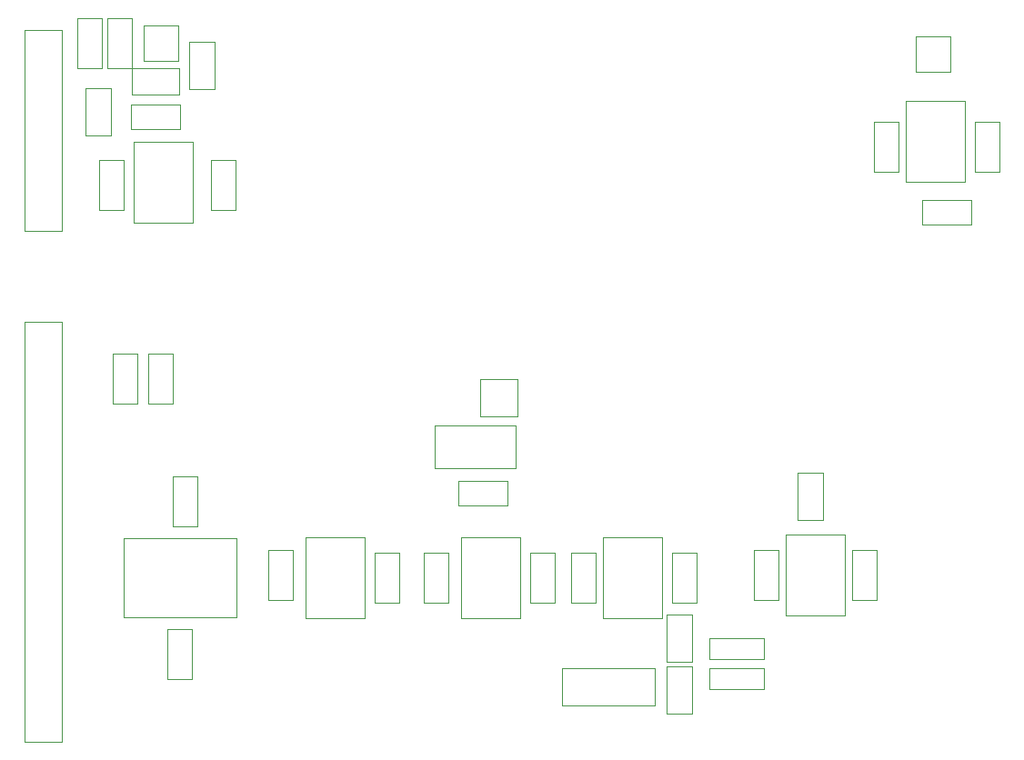
<source format=gbr>
G04 #@! TF.FileFunction,Other,User*
%FSLAX46Y46*%
G04 Gerber Fmt 4.6, Leading zero omitted, Abs format (unit mm)*
G04 Created by KiCad (PCBNEW 4.0.4+dfsg1-stable) date Sun Jan 22 10:37:54 2017*
%MOMM*%
%LPD*%
G01*
G04 APERTURE LIST*
%ADD10C,0.100000*%
%ADD11C,0.050000*%
G04 APERTURE END LIST*
D10*
D11*
X61892000Y-81390000D02*
X51392000Y-81390000D01*
X61892000Y-88790000D02*
X51392000Y-88790000D01*
X61892000Y-81390000D02*
X61892000Y-88790000D01*
X51392000Y-81390000D02*
X51392000Y-88790000D01*
X53264000Y-36956000D02*
X53264000Y-33656000D01*
X53264000Y-33656000D02*
X56464000Y-33656000D01*
X56464000Y-33656000D02*
X56464000Y-36956000D01*
X56464000Y-36956000D02*
X53264000Y-36956000D01*
X52056000Y-41014000D02*
X56656000Y-41014000D01*
X52056000Y-43314000D02*
X56656000Y-43314000D01*
X52056000Y-41014000D02*
X52056000Y-43314000D01*
X56656000Y-41014000D02*
X56656000Y-43314000D01*
X125716000Y-49904000D02*
X130316000Y-49904000D01*
X125716000Y-52204000D02*
X130316000Y-52204000D01*
X125716000Y-49904000D02*
X125716000Y-52204000D01*
X130316000Y-49904000D02*
X130316000Y-52204000D01*
X49410000Y-33006000D02*
X49410000Y-37606000D01*
X47110000Y-33006000D02*
X47110000Y-37606000D01*
X49410000Y-33006000D02*
X47110000Y-33006000D01*
X49410000Y-37606000D02*
X47110000Y-37606000D01*
X59556000Y-50814000D02*
X59556000Y-46214000D01*
X61856000Y-50814000D02*
X61856000Y-46214000D01*
X59556000Y-50814000D02*
X61856000Y-50814000D01*
X59556000Y-46214000D02*
X61856000Y-46214000D01*
X130676000Y-47258000D02*
X130676000Y-42658000D01*
X132976000Y-47258000D02*
X132976000Y-42658000D01*
X130676000Y-47258000D02*
X132976000Y-47258000D01*
X130676000Y-42658000D02*
X132976000Y-42658000D01*
X56556000Y-40062000D02*
X52156000Y-40062000D01*
X56556000Y-37662000D02*
X52156000Y-37662000D01*
X56556000Y-40062000D02*
X56556000Y-37662000D01*
X52156000Y-40062000D02*
X52156000Y-37662000D01*
X57474000Y-39538000D02*
X57474000Y-35138000D01*
X59874000Y-39538000D02*
X59874000Y-35138000D01*
X57474000Y-39538000D02*
X59874000Y-39538000D01*
X57474000Y-35138000D02*
X59874000Y-35138000D01*
X52368000Y-52010000D02*
X57868000Y-52010000D01*
X52368000Y-44510000D02*
X57868000Y-44510000D01*
X52368000Y-52010000D02*
X52368000Y-44510000D01*
X57868000Y-52010000D02*
X57868000Y-44510000D01*
X124250000Y-48200000D02*
X129750000Y-48200000D01*
X124250000Y-40700000D02*
X129750000Y-40700000D01*
X124250000Y-48200000D02*
X124250000Y-40700000D01*
X129750000Y-48200000D02*
X129750000Y-40700000D01*
X42192000Y-34064000D02*
X42192000Y-52814000D01*
X45692000Y-34064000D02*
X45692000Y-52814000D01*
X42192000Y-34064000D02*
X45692000Y-34064000D01*
X42192000Y-52814000D02*
X45692000Y-52814000D01*
X125146000Y-37972000D02*
X125146000Y-34672000D01*
X125146000Y-34672000D02*
X128346000Y-34672000D01*
X128346000Y-34672000D02*
X128346000Y-37972000D01*
X128346000Y-37972000D02*
X125146000Y-37972000D01*
X47822000Y-43856000D02*
X47822000Y-39456000D01*
X50222000Y-43856000D02*
X50222000Y-39456000D01*
X47822000Y-43856000D02*
X50222000Y-43856000D01*
X47822000Y-39456000D02*
X50222000Y-39456000D01*
X52204000Y-33006000D02*
X52204000Y-37606000D01*
X49904000Y-33006000D02*
X49904000Y-37606000D01*
X52204000Y-33006000D02*
X49904000Y-33006000D01*
X52204000Y-37606000D02*
X49904000Y-37606000D01*
X49142000Y-50814000D02*
X49142000Y-46214000D01*
X51442000Y-50814000D02*
X51442000Y-46214000D01*
X49142000Y-50814000D02*
X51442000Y-50814000D01*
X49142000Y-46214000D02*
X51442000Y-46214000D01*
X123578000Y-42658000D02*
X123578000Y-47258000D01*
X121278000Y-42658000D02*
X121278000Y-47258000D01*
X123578000Y-42658000D02*
X121278000Y-42658000D01*
X123578000Y-47258000D02*
X121278000Y-47258000D01*
X52712000Y-64248000D02*
X52712000Y-68848000D01*
X50412000Y-64248000D02*
X50412000Y-68848000D01*
X52712000Y-64248000D02*
X50412000Y-64248000D01*
X52712000Y-68848000D02*
X50412000Y-68848000D01*
X56000000Y-80278000D02*
X56000000Y-75678000D01*
X58300000Y-80278000D02*
X58300000Y-75678000D01*
X56000000Y-80278000D02*
X58300000Y-80278000D01*
X56000000Y-75678000D02*
X58300000Y-75678000D01*
X81668000Y-82790000D02*
X81668000Y-87390000D01*
X79368000Y-82790000D02*
X79368000Y-87390000D01*
X81668000Y-82790000D02*
X79368000Y-82790000D01*
X81668000Y-87390000D02*
X79368000Y-87390000D01*
X89274000Y-87390000D02*
X89274000Y-82790000D01*
X91574000Y-87390000D02*
X91574000Y-82790000D01*
X89274000Y-87390000D02*
X91574000Y-87390000D01*
X89274000Y-82790000D02*
X91574000Y-82790000D01*
X95384000Y-82790000D02*
X95384000Y-87390000D01*
X93084000Y-82790000D02*
X93084000Y-87390000D01*
X95384000Y-82790000D02*
X93084000Y-82790000D01*
X95384000Y-87390000D02*
X93084000Y-87390000D01*
X102482000Y-87390000D02*
X102482000Y-82790000D01*
X104782000Y-87390000D02*
X104782000Y-82790000D01*
X102482000Y-87390000D02*
X104782000Y-87390000D01*
X102482000Y-82790000D02*
X104782000Y-82790000D01*
X112402000Y-82536000D02*
X112402000Y-87136000D01*
X110102000Y-82536000D02*
X110102000Y-87136000D01*
X112402000Y-82536000D02*
X110102000Y-82536000D01*
X112402000Y-87136000D02*
X110102000Y-87136000D01*
X119246000Y-87136000D02*
X119246000Y-82536000D01*
X121546000Y-87136000D02*
X121546000Y-82536000D01*
X119246000Y-87136000D02*
X121546000Y-87136000D01*
X119246000Y-82536000D02*
X121546000Y-82536000D01*
X67190000Y-82536000D02*
X67190000Y-87136000D01*
X64890000Y-82536000D02*
X64890000Y-87136000D01*
X67190000Y-82536000D02*
X64890000Y-82536000D01*
X67190000Y-87136000D02*
X64890000Y-87136000D01*
X56014000Y-64248000D02*
X56014000Y-68848000D01*
X53714000Y-64248000D02*
X53714000Y-68848000D01*
X56014000Y-64248000D02*
X53714000Y-64248000D01*
X56014000Y-68848000D02*
X53714000Y-68848000D01*
X87136000Y-78366000D02*
X82536000Y-78366000D01*
X87136000Y-76066000D02*
X82536000Y-76066000D01*
X87136000Y-78366000D02*
X87136000Y-76066000D01*
X82536000Y-78366000D02*
X82536000Y-76066000D01*
X57792000Y-89902000D02*
X57792000Y-94502000D01*
X55492000Y-89902000D02*
X55492000Y-94502000D01*
X57792000Y-89902000D02*
X55492000Y-89902000D01*
X57792000Y-94502000D02*
X55492000Y-94502000D01*
X74796000Y-87390000D02*
X74796000Y-82790000D01*
X77096000Y-87390000D02*
X77096000Y-82790000D01*
X74796000Y-87390000D02*
X77096000Y-87390000D01*
X74796000Y-82790000D02*
X77096000Y-82790000D01*
X42192000Y-61242000D02*
X42192000Y-100342000D01*
X45692000Y-61242000D02*
X45692000Y-100342000D01*
X42192000Y-61242000D02*
X45692000Y-61242000D01*
X42192000Y-100342000D02*
X45692000Y-100342000D01*
X92230000Y-97000000D02*
X100830000Y-97000000D01*
X92230000Y-93500000D02*
X100830000Y-93500000D01*
X92230000Y-97000000D02*
X92230000Y-93500000D01*
X100830000Y-97000000D02*
X100830000Y-93500000D01*
X101924000Y-92878000D02*
X101924000Y-88478000D01*
X104324000Y-92878000D02*
X104324000Y-88478000D01*
X101924000Y-92878000D02*
X104324000Y-92878000D01*
X101924000Y-88478000D02*
X104324000Y-88478000D01*
X101924000Y-97704000D02*
X101924000Y-93304000D01*
X104324000Y-97704000D02*
X104324000Y-93304000D01*
X101924000Y-97704000D02*
X104324000Y-97704000D01*
X101924000Y-93304000D02*
X104324000Y-93304000D01*
X116516000Y-75270000D02*
X116516000Y-79670000D01*
X114116000Y-75270000D02*
X114116000Y-79670000D01*
X116516000Y-75270000D02*
X114116000Y-75270000D01*
X116516000Y-79670000D02*
X114116000Y-79670000D01*
X68370000Y-88840000D02*
X73870000Y-88840000D01*
X68370000Y-81340000D02*
X73870000Y-81340000D01*
X68370000Y-88840000D02*
X68370000Y-81340000D01*
X73870000Y-88840000D02*
X73870000Y-81340000D01*
X82848000Y-88840000D02*
X88348000Y-88840000D01*
X82848000Y-81340000D02*
X88348000Y-81340000D01*
X82848000Y-88840000D02*
X82848000Y-81340000D01*
X88348000Y-88840000D02*
X88348000Y-81340000D01*
X96056000Y-88840000D02*
X101556000Y-88840000D01*
X96056000Y-81340000D02*
X101556000Y-81340000D01*
X96056000Y-88840000D02*
X96056000Y-81340000D01*
X101556000Y-88840000D02*
X101556000Y-81340000D01*
X113074000Y-88586000D02*
X118574000Y-88586000D01*
X113074000Y-81086000D02*
X118574000Y-81086000D01*
X113074000Y-88586000D02*
X113074000Y-81086000D01*
X118574000Y-88586000D02*
X118574000Y-81086000D01*
X84610000Y-66576000D02*
X84610000Y-70076000D01*
X88110000Y-66576000D02*
X88110000Y-70076000D01*
X84610000Y-66576000D02*
X88110000Y-66576000D01*
X84610000Y-70076000D02*
X88110000Y-70076000D01*
X87864000Y-74898000D02*
X80364000Y-74898000D01*
X80364000Y-74898000D02*
X80364000Y-70898000D01*
X80364000Y-70898000D02*
X87864000Y-70898000D01*
X87864000Y-70898000D02*
X87864000Y-74898000D01*
X105908000Y-93488000D02*
X111008000Y-93488000D01*
X111008000Y-93488000D02*
X111008000Y-95488000D01*
X111008000Y-95488000D02*
X105908000Y-95488000D01*
X105908000Y-95488000D02*
X105908000Y-93488000D01*
X111008000Y-92694000D02*
X105908000Y-92694000D01*
X105908000Y-92694000D02*
X105908000Y-90694000D01*
X105908000Y-90694000D02*
X111008000Y-90694000D01*
X111008000Y-90694000D02*
X111008000Y-92694000D01*
M02*

</source>
